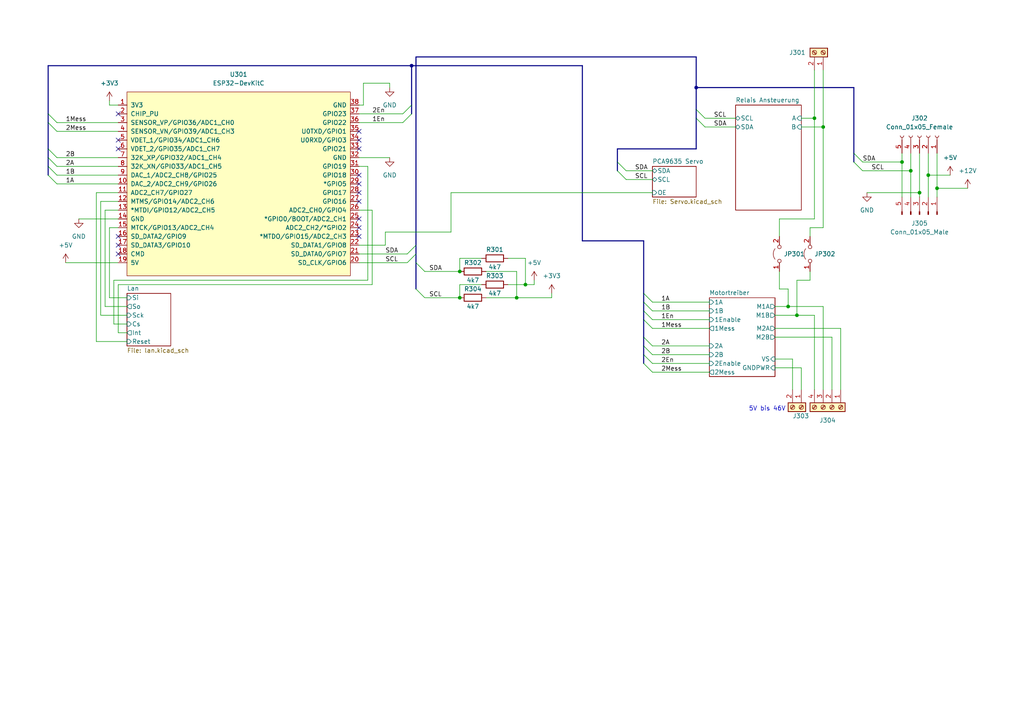
<source format=kicad_sch>
(kicad_sch (version 20211123) (generator eeschema)
  (paper "A4")
  (title_block (title "ESP32 Relaiskarte") (date "2022-03-30") (rev "0.0.3") (company "makerspace Bocholt") (comment 1 "+ optionale Servo Ansteuerung") (comment 2 "+ optionale Lan Karte") (comment 4 "Frank Tobergte"))
  (lib_symbols
    (symbol "Connector:Conn_01x05_Female" (pin_names (offset 1.016) hide)
      (property "Reference" "J" (at 0 7.62 0))
      (property "Value" "Conn_01x05_Female" (at 0 -7.62 0))
      (symbol "Conn_01x05_Female_1_1"
        (arc (start 0 -4.572) (mid -0.508 -5.08) (end 0 -5.588) (stroke (width 0.1524)))
        (arc (start 0 -2.032) (mid -0.508 -2.54) (end 0 -3.048) (stroke (width 0.1524)))
        (polyline (pts (xy -1.27 -5.08) (xy -0.508 -5.08)) (stroke (width 0.1524)))
        (polyline (pts (xy -1.27 -2.54) (xy -0.508 -2.54)) (stroke (width 0.1524)))
        (polyline (pts (xy -1.27 0) (xy -0.508 0)) (stroke (width 0.1524)))
        (polyline (pts (xy -1.27 2.54) (xy -0.508 2.54)) (stroke (width 0.1524)))
        (polyline (pts (xy -1.27 5.08) (xy -0.508 5.08)) (stroke (width 0.1524)))
        (arc (start 0 0.508) (mid -0.508 0) (end 0 -0.508) (stroke (width 0.1524)))
        (arc (start 0 3.048) (mid -0.508 2.54) (end 0 2.032) (stroke (width 0.1524)))
        (arc (start 0 5.588) (mid -0.508 5.08) (end 0 4.572) (stroke (width 0.1524)))
        (pin passive line (at -5.08 5.08 0) (length 3.81) (name "Pin_1") (number "1"))
        (pin passive line (at -5.08 2.54 0) (length 3.81) (name "Pin_2") (number "2"))
        (pin passive line (at -5.08 0 0) (length 3.81) (name "Pin_3") (number "3"))
        (pin passive line (at -5.08 -2.54 0) (length 3.81) (name "Pin_4") (number "4"))
        (pin passive line (at -5.08 -5.08 0) (length 3.81) (name "Pin_5") (number "5"))
      )
    )
    (symbol "Connector:Conn_01x05_Male" (pin_names (offset 1.016) hide)
      (property "Reference" "J" (at 0 7.62 0))
      (property "Value" "Conn_01x05_Male" (at 0 -7.62 0))
      (symbol "Conn_01x05_Male_1_1"
        (polyline (pts (xy 1.27 -5.08) (xy 0.8636 -5.08)) (stroke (width 0.1524)))
        (polyline (pts (xy 1.27 -2.54) (xy 0.8636 -2.54)) (stroke (width 0.1524)))
        (polyline (pts (xy 1.27 0) (xy 0.8636 0)) (stroke (width 0.1524)))
        (polyline (pts (xy 1.27 2.54) (xy 0.8636 2.54)) (stroke (width 0.1524)))
        (polyline (pts (xy 1.27 5.08) (xy 0.8636 5.08)) (stroke (width 0.1524)))
        (rectangle (start 0.8636 -4.953) (end 0 -5.207) (stroke (width 0.1524)) (fill (type outline)))
        (rectangle (start 0.8636 -2.413) (end 0 -2.667) (stroke (width 0.1524)) (fill (type outline)))
        (rectangle (start 0.8636 0.127) (end 0 -0.127) (stroke (width 0.1524)) (fill (type outline)))
        (rectangle (start 0.8636 2.667) (end 0 2.413) (stroke (width 0.1524)) (fill (type outline)))
        (rectangle (start 0.8636 5.207) (end 0 4.953) (stroke (width 0.1524)) (fill (type outline)))
        (pin passive line (at 5.08 5.08 180) (length 3.81) (name "Pin_1") (number "1"))
        (pin passive line (at 5.08 2.54 180) (length 3.81) (name "Pin_2") (number "2"))
        (pin passive line (at 5.08 0 180) (length 3.81) (name "Pin_3") (number "3"))
        (pin passive line (at 5.08 -2.54 180) (length 3.81) (name "Pin_4") (number "4"))
        (pin passive line (at 5.08 -5.08 180) (length 3.81) (name "Pin_5") (number "5"))
      )
    )
    (symbol "Connector:Screw_Terminal_01x02" (pin_names (offset 1.016) hide)
      (property "Reference" "J" (at 0 2.54 0))
      (property "Value" "Screw_Terminal_01x02" (at 0 -5.08 0))
      (symbol "Screw_Terminal_01x02_1_1"
        (rectangle (start -1.27 1.27) (end 1.27 -3.81) (stroke (width 0.254)) (fill (type background)))
        (circle (center 0 -2.54) (radius 0.635) (stroke (width 0.1524)))
        (polyline (pts (xy -0.5334 -2.2098) (xy 0.3302 -3.048)) (stroke (width 0.1524)))
        (polyline (pts (xy -0.5334 0.3302) (xy 0.3302 -0.508)) (stroke (width 0.1524)))
        (polyline (pts (xy -0.3556 -2.032) (xy 0.508 -2.8702)) (stroke (width 0.1524)))
        (polyline (pts (xy -0.3556 0.508) (xy 0.508 -0.3302)) (stroke (width 0.1524)))
        (circle (center 0 0) (radius 0.635) (stroke (width 0.1524)))
        (pin passive line (at -5.08 0 0) (length 3.81) (name "Pin_1") (number "1"))
        (pin passive line (at -5.08 -2.54 0) (length 3.81) (name "Pin_2") (number "2"))
      )
    )
    (symbol "Connector:Screw_Terminal_01x04" (pin_names (offset 1.016) hide)
      (property "Reference" "J" (at 0 5.08 0))
      (property "Value" "Screw_Terminal_01x04" (at 0 -7.62 0))
      (symbol "Screw_Terminal_01x04_1_1"
        (rectangle (start -1.27 3.81) (end 1.27 -6.35) (stroke (width 0.254)) (fill (type background)))
        (circle (center 0 -5.08) (radius 0.635) (stroke (width 0.1524)))
        (circle (center 0 -2.54) (radius 0.635) (stroke (width 0.1524)))
        (polyline (pts (xy -0.5334 -4.7498) (xy 0.3302 -5.588)) (stroke (width 0.1524)))
        (polyline (pts (xy -0.5334 -2.2098) (xy 0.3302 -3.048)) (stroke (width 0.1524)))
        (polyline (pts (xy -0.5334 0.3302) (xy 0.3302 -0.508)) (stroke (width 0.1524)))
        (polyline (pts (xy -0.5334 2.8702) (xy 0.3302 2.032)) (stroke (width 0.1524)))
        (polyline (pts (xy -0.3556 -4.572) (xy 0.508 -5.4102)) (stroke (width 0.1524)))
        (polyline (pts (xy -0.3556 -2.032) (xy 0.508 -2.8702)) (stroke (width 0.1524)))
        (polyline (pts (xy -0.3556 0.508) (xy 0.508 -0.3302)) (stroke (width 0.1524)))
        (polyline (pts (xy -0.3556 3.048) (xy 0.508 2.2098)) (stroke (width 0.1524)))
        (circle (center 0 0) (radius 0.635) (stroke (width 0.1524)))
        (circle (center 0 2.54) (radius 0.635) (stroke (width 0.1524)))
        (pin passive line (at -5.08 2.54 0) (length 3.81) (name "Pin_1") (number "1"))
        (pin passive line (at -5.08 0 0) (length 3.81) (name "Pin_2") (number "2"))
        (pin passive line (at -5.08 -2.54 0) (length 3.81) (name "Pin_3") (number "3"))
        (pin passive line (at -5.08 -5.08 0) (length 3.81) (name "Pin_4") (number "4"))
      )
    )
    (symbol "Device:R" (pin_numbers hide) (pin_names (offset 0))
      (property "Reference" "R" (at 2.032 0 90))
      (property "Value" "R" (at 0 0 90))
      (symbol "R_0_1"
        (rectangle (start -1.016 -2.54) (end 1.016 2.54) (stroke (width 0.254)))
      )
      (symbol "R_1_1"
        (pin passive line (at 0 3.81 270) (length 1.27) (name "~") (number "1"))
        (pin passive line (at 0 -3.81 90) (length 1.27) (name "~") (number "2"))
      )
    )
    (symbol "Espressif:ESP32-DevKitC" (pin_names (offset 1.016))
      (property "Reference" "U" (at -8.89 26.67 0))
      (property "Value" "ESP32-DevKitC" (at 0 -29.21 0))
      (symbol "ESP32-DevKitC_0_0"
        (pin power_in line (at -33.02 -11.43 0) (length 2.54) (name "GND") (number "14"))
        (pin power_in line (at -33.02 -24.13 0) (length 2.54) (name "5V") (number "19"))
      )
      (symbol "ESP32-DevKitC_0_1"
        (rectangle (start -30.48 25.4) (end 34.29 -27.94) (fill (type background)))
      )
      (symbol "ESP32-DevKitC_1_1"
        (pin power_in line (at -33.02 21.59 0) (length 2.54) (name "3V3") (number "1"))
        (pin bidirectional line (at -33.02 -1.27 0) (length 2.54) (name "DAC_2/ADC2_CH9/GPIO26") (number "10"))
        (pin bidirectional line (at -33.02 -3.81 0) (length 2.54) (name "ADC2_CH7/GPIO27") (number "11"))
        (pin bidirectional line (at -33.02 -6.35 0) (length 2.54) (name "MTMS/GPIO14/ADC2_CH6") (number "12"))
        (pin bidirectional line (at -33.02 -8.89 0) (length 2.54) (name "*MTDI/GPIO12/ADC2_CH5") (number "13"))
        (pin bidirectional line (at -33.02 -13.97 0) (length 2.54) (name "MTCK/GPIO13/ADC2_CH4") (number "15"))
        (pin bidirectional line (at -33.02 -16.51 0) (length 2.54) (name "SD_DATA2/GPIO9") (number "16"))
        (pin bidirectional line (at -33.02 -19.05 0) (length 2.54) (name "SD_DATA3/GPIO10") (number "17"))
        (pin bidirectional line (at -33.02 -21.59 0) (length 2.54) (name "CMD") (number "18"))
        (pin input line (at -33.02 19.05 0) (length 2.54) (name "CHIP_PU") (number "2"))
        (pin bidirectional line (at 36.83 -24.13 180) (length 2.54) (name "SD_CLK/GPIO6") (number "20"))
        (pin bidirectional line (at 36.83 -21.59 180) (length 2.54) (name "SD_DATA0/GPIO7") (number "21"))
        (pin bidirectional line (at 36.83 -19.05 180) (length 2.54) (name "SD_DATA1/GPIO8") (number "22"))
        (pin bidirectional line (at 36.83 -16.51 180) (length 2.54) (name "*MTDO/GPIO15/ADC2_CH3") (number "23"))
        (pin bidirectional line (at 36.83 -13.97 180) (length 2.54) (name "ADC2_CH2/*GPIO2") (number "24"))
        (pin bidirectional line (at 36.83 -11.43 180) (length 2.54) (name "*GPIO0/BOOT/ADC2_CH1") (number "25"))
        (pin bidirectional line (at 36.83 -8.89 180) (length 2.54) (name "ADC2_CH0/GPIO4") (number "26"))
        (pin bidirectional line (at 36.83 -6.35 180) (length 2.54) (name "GPIO16") (number "27"))
        (pin bidirectional line (at 36.83 -3.81 180) (length 2.54) (name "GPIO17") (number "28"))
        (pin bidirectional line (at 36.83 -1.27 180) (length 2.54) (name "*GPIO5") (number "29"))
        (pin input line (at -33.02 16.51 0) (length 2.54) (name "SENSOR_VP/GPIO36/ADC1_CH0") (number "3"))
        (pin bidirectional line (at 36.83 1.27 180) (length 2.54) (name "GPIO18") (number "30"))
        (pin bidirectional line (at 36.83 3.81 180) (length 2.54) (name "GPIO19") (number "31"))
        (pin power_in line (at 36.83 6.35 180) (length 2.54) (name "GND") (number "32"))
        (pin bidirectional line (at 36.83 8.89 180) (length 2.54) (name "GPIO21") (number "33"))
        (pin bidirectional line (at 36.83 11.43 180) (length 2.54) (name "U0RXD/GPIO3") (number "34"))
        (pin bidirectional line (at 36.83 13.97 180) (length 2.54) (name "U0TXD/GPIO1") (number "35"))
        (pin bidirectional line (at 36.83 16.51 180) (length 2.54) (name "GPIO22") (number "36"))
        (pin bidirectional line (at 36.83 19.05 180) (length 2.54) (name "GPIO23") (number "37"))
        (pin power_in line (at 36.83 21.59 180) (length 2.54) (name "GND") (number "38"))
        (pin input line (at -33.02 13.97 0) (length 2.54) (name "SENSOR_VN/GPIO39/ADC1_CH3") (number "4"))
        (pin input line (at -33.02 11.43 0) (length 2.54) (name "VDET_1/GPIO34/ADC1_CH6") (number "5"))
        (pin input line (at -33.02 8.89 0) (length 2.54) (name "VDET_2/GPIO35/ADC1_CH7") (number "6"))
        (pin bidirectional line (at -33.02 6.35 0) (length 2.54) (name "32K_XP/GPIO32/ADC1_CH4") (number "7"))
        (pin bidirectional line (at -33.02 3.81 0) (length 2.54) (name "32K_XN/GPIO33/ADC1_CH5") (number "8"))
        (pin bidirectional line (at -33.02 1.27 0) (length 2.54) (name "DAC_1/ADC2_CH8/GPIO25") (number "9"))
      )
    )
    (symbol "Jumper:Jumper_2_Open" (pin_names (offset 0) hide)
      (property "Reference" "JP" (at 0 2.794 0))
      (property "Value" "Jumper_2_Open" (at 0 -2.286 0))
      (symbol "Jumper_2_Open_0_0"
        (circle (center -2.032 0) (radius 0.508))
        (circle (center 2.032 0) (radius 0.508))
      )
      (symbol "Jumper_2_Open_0_1"
        (arc (start 1.524 1.27) (mid 0 1.778) (end -1.524 1.27))
      )
      (symbol "Jumper_2_Open_1_1"
        (pin passive line (at -5.08 0 0) (length 2.54) (name "A") (number "1"))
        (pin passive line (at 5.08 0 180) (length 2.54) (name "B") (number "2"))
      )
    )
    (symbol "power:+12V" (power) (pin_names (offset 0))
      (property "Value" "+12V" (at 0 3.556 0))
      (symbol "+12V_0_1"
        (polyline (pts (xy -0.762 1.27) (xy 0 2.54)))
        (polyline (pts (xy 0 0) (xy 0 2.54)))
        (polyline (pts (xy 0 2.54) (xy 0.762 1.27)))
      )
      (symbol "+12V_1_1"
        (pin power_in line (at 0 0 90) (length 0) hide (name "+12V") (number "1"))
      )
    )
    (symbol "power:+3.3V" (power) (pin_names (offset 0))
      (property "Value" "+3.3V" (at 0 3.556 0))
      (symbol "+3.3V_0_1"
        (polyline (pts (xy -0.762 1.27) (xy 0 2.54)))
        (polyline (pts (xy 0 0) (xy 0 2.54)))
        (polyline (pts (xy 0 2.54) (xy 0.762 1.27)))
      )
      (symbol "+3.3V_1_1"
        (pin power_in line (at 0 0 90) (length 0) hide (name "+3V3") (number "1"))
      )
    )
    (symbol "power:+5V" (power) (pin_names (offset 0))
      (property "Value" "+5V" (at 0 3.556 0))
      (symbol "+5V_0_1"
        (polyline (pts (xy -0.762 1.27) (xy 0 2.54)))
        (polyline (pts (xy 0 0) (xy 0 2.54)))
        (polyline (pts (xy 0 2.54) (xy 0.762 1.27)))
      )
      (symbol "+5V_1_1"
        (pin power_in line (at 0 0 90) (length 0) hide (name "+5V") (number "1"))
      )
    )
    (symbol "power:GND" (power) (pin_names (offset 0))
      (property "Value" "GND" (at 0 -3.81 0))
      (symbol "GND_0_1"
        (polyline (pts (xy 0 0) (xy 0 -1.27) (xy 1.27 -1.27) (xy 0 -2.54) (xy -1.27 -1.27) (xy 0 -1.27)))
      )
      (symbol "GND_1_1"
        (pin power_in line (at 0 0 270) (length 0) hide (name "GND") (number "1"))
      )
    )
  )
  (junction (at 264.16 49.53))
  (junction (at 238.76 36.83))
  (junction (at 271.78 54.61))
  (junction (at 231.14 91.44))
  (junction (at 119.38 19.05))
  (junction (at 149.86 86.36))
  (junction (at 228.6 88.9))
  (junction (at 266.7 55.88))
  (junction (at 201.93 25.4))
  (junction (at 261.62 46.99))
  (junction (at 133.35 78.74))
  (junction (at 236.22 34.29))
  (junction (at 152.4 82.55))
  (junction (at 269.24 50.8))
  (junction (at 133.35 86.36))
  (no_connect (at 104.14 53.34))
  (no_connect (at 104.14 38.1))
  (no_connect (at 104.14 40.64))
  (no_connect (at 104.14 43.18))
  (no_connect (at 104.14 68.58))
  (no_connect (at 104.14 66.04))
  (no_connect (at 34.29 33.02))
  (no_connect (at 34.29 73.66))
  (no_connect (at 34.29 71.12))
  (no_connect (at 34.29 68.58))
  (no_connect (at 104.14 50.8))
  (no_connect (at 104.14 55.88))
  (no_connect (at 104.14 58.42))
  (no_connect (at 104.14 63.5))
  (no_connect (at 34.29 43.18))
  (no_connect (at 34.29 40.64))
  (bus_entry (at 118.11 73.66) (size 2.54 -2.54))
  (bus_entry (at 118.11 76.2) (size 2.54 -2.54))
  (bus_entry (at 120.65 83.82) (size 2.54 2.54))
  (bus_entry (at 120.65 76.2) (size 2.54 2.54))
  (bus_entry (at 201.93 34.29) (size 2.54 2.54))
  (bus_entry (at 179.07 49.53) (size 2.54 2.54))
  (bus_entry (at 179.07 46.99) (size 2.54 2.54))
  (bus_entry (at 13.97 33.02) (size 2.54 2.54))
  (bus_entry (at 13.97 50.8) (size 2.54 2.54))
  (bus_entry (at 201.93 31.75) (size 2.54 2.54))
  (bus_entry (at 16.51 38.1) (size -2.54 -2.54))
  (bus_entry (at 16.51 45.72) (size -2.54 -2.54))
  (bus_entry (at 16.51 48.26) (size -2.54 -2.54))
  (bus_entry (at 16.51 50.8) (size -2.54 -2.54))
  (bus_entry (at 186.69 97.79) (size 2.54 2.54))
  (bus_entry (at 186.69 100.33) (size 2.54 2.54))
  (bus_entry (at 186.69 102.87) (size 2.54 2.54))
  (bus_entry (at 189.23 107.95) (size -2.54 -2.54))
  (bus_entry (at 186.69 85.09) (size 2.54 2.54))
  (bus_entry (at 186.69 87.63) (size 2.54 2.54))
  (bus_entry (at 186.69 90.17) (size 2.54 2.54))
  (bus_entry (at 186.69 92.71) (size 2.54 2.54))
  (bus_entry (at 116.84 35.56) (size 2.54 -2.54))
  (bus_entry (at 116.84 33.02) (size 2.54 -2.54))
  (bus_entry (at 247.65 46.99) (size 2.54 2.54))
  (bus_entry (at 247.65 44.45) (size 2.54 2.54))
  (wire (pts (xy 236.22 20.32) (xy 236.22 34.29)))
  (wire (pts (xy 104.14 35.56) (xy 116.84 35.56)))
  (wire (pts (xy 232.41 113.03) (xy 232.41 106.68)))
  (wire (pts (xy 228.6 83.82) (xy 228.6 88.9)))
  (wire (pts (xy 34.29 82.55) (xy 34.29 96.52)))
  (wire (pts (xy 105.41 30.48) (xy 104.14 30.48)))
  (bus (pts (xy 186.69 97.79) (xy 186.69 100.33)))
  (bus (pts (xy 168.91 69.85) (xy 168.91 19.05)))
  (wire (pts (xy 243.84 95.25) (xy 243.84 113.03)))
  (wire (pts (xy 36.83 86.36) (xy 31.75 86.36)))
  (wire (pts (xy 36.83 91.44) (xy 29.21 91.44)))
  (wire (pts (xy 269.24 44.45) (xy 269.24 50.8)))
  (bus (pts (xy 120.65 73.66) (xy 120.65 76.2)))
  (bus (pts (xy 13.97 35.56) (xy 13.97 43.18)))
  (bus (pts (xy 179.07 46.99) (xy 179.07 49.53)))
  (wire (pts (xy 123.19 78.74) (xy 133.35 78.74)))
  (wire (pts (xy 152.4 82.55) (xy 154.94 82.55)))
  (wire (pts (xy 133.35 86.36) (xy 133.35 82.55)))
  (bus (pts (xy 201.93 25.4) (xy 247.65 25.4)))
  (bus (pts (xy 13.97 43.18) (xy 13.97 45.72)))
  (wire (pts (xy 181.61 52.07) (xy 189.23 52.07)))
  (bus (pts (xy 186.69 102.87) (xy 186.69 105.41)))
  (bus (pts (xy 119.38 30.48) (xy 119.38 33.02)))
  (wire (pts (xy 133.35 74.93) (xy 139.7 74.93)))
  (wire (pts (xy 31.75 66.04) (xy 34.29 66.04)))
  (wire (pts (xy 27.94 55.88) (xy 34.29 55.88)))
  (wire (pts (xy 30.48 60.96) (xy 30.48 88.9)))
  (wire (pts (xy 113.03 24.13) (xy 113.03 25.4)))
  (bus (pts (xy 179.07 43.18) (xy 179.07 46.99)))
  (wire (pts (xy 31.75 66.04) (xy 31.75 86.36)))
  (bus (pts (xy 13.97 33.02) (xy 13.97 35.56)))
  (bus (pts (xy 120.65 76.2) (xy 120.65 83.82)))
  (wire (pts (xy 264.16 49.53) (xy 264.16 57.15)))
  (wire (pts (xy 241.3 97.79) (xy 224.79 97.79)))
  (wire (pts (xy 133.35 78.74) (xy 133.35 74.93)))
  (wire (pts (xy 130.81 67.31) (xy 130.81 55.88)))
  (wire (pts (xy 189.23 92.71) (xy 205.74 92.71)))
  (wire (pts (xy 189.23 90.17) (xy 205.74 90.17)))
  (wire (pts (xy 104.14 71.12) (xy 111.76 71.12)))
  (wire (pts (xy 104.14 45.72) (xy 113.03 45.72)))
  (wire (pts (xy 149.86 86.36) (xy 160.02 86.36)))
  (wire (pts (xy 104.14 60.96) (xy 107.95 60.96)))
  (wire (pts (xy 111.76 67.31) (xy 130.81 67.31)))
  (wire (pts (xy 133.35 82.55) (xy 139.7 82.55)))
  (wire (pts (xy 16.51 53.34) (xy 34.29 53.34)))
  (bus (pts (xy 168.91 19.05) (xy 119.38 19.05)))
  (wire (pts (xy 224.79 88.9) (xy 228.6 88.9)))
  (wire (pts (xy 31.75 29.21) (xy 31.75 30.48)))
  (wire (pts (xy 261.62 46.99) (xy 261.62 57.15)))
  (wire (pts (xy 30.48 60.96) (xy 34.29 60.96)))
  (wire (pts (xy 226.06 78.74) (xy 226.06 83.82)))
  (wire (pts (xy 16.51 50.8) (xy 34.29 50.8)))
  (wire (pts (xy 130.81 55.88) (xy 189.23 55.88)))
  (bus (pts (xy 186.69 100.33) (xy 186.69 102.87)))
  (wire (pts (xy 154.94 81.28) (xy 154.94 82.55)))
  (wire (pts (xy 250.19 49.53) (xy 264.16 49.53)))
  (wire (pts (xy 238.76 88.9) (xy 238.76 113.03)))
  (wire (pts (xy 189.23 102.87) (xy 205.74 102.87)))
  (wire (pts (xy 19.05 76.2) (xy 34.29 76.2)))
  (wire (pts (xy 229.87 113.03) (xy 229.87 104.14)))
  (wire (pts (xy 104.14 48.26) (xy 106.68 48.26)))
  (wire (pts (xy 111.76 71.12) (xy 111.76 67.31)))
  (bus (pts (xy 120.65 71.12) (xy 120.65 73.66)))
  (wire (pts (xy 226.06 83.82) (xy 228.6 83.82)))
  (bus (pts (xy 247.65 25.4) (xy 247.65 44.45)))
  (wire (pts (xy 105.41 24.13) (xy 105.41 30.48)))
  (wire (pts (xy 271.78 54.61) (xy 280.67 54.61)))
  (wire (pts (xy 251.46 55.88) (xy 266.7 55.88)))
  (bus (pts (xy 186.69 69.85) (xy 168.91 69.85)))
  (wire (pts (xy 238.76 20.32) (xy 238.76 36.83)))
  (wire (pts (xy 228.6 88.9) (xy 238.76 88.9)))
  (wire (pts (xy 33.02 93.98) (xy 36.83 93.98)))
  (wire (pts (xy 271.78 44.45) (xy 271.78 54.61)))
  (wire (pts (xy 152.4 82.55) (xy 152.4 74.93)))
  (wire (pts (xy 236.22 113.03) (xy 236.22 91.44)))
  (wire (pts (xy 189.23 100.33) (xy 205.74 100.33)))
  (wire (pts (xy 266.7 55.88) (xy 266.7 57.15)))
  (wire (pts (xy 232.41 36.83) (xy 238.76 36.83)))
  (wire (pts (xy 33.02 81.28) (xy 33.02 93.98)))
  (bus (pts (xy 247.65 44.45) (xy 247.65 46.99)))
  (wire (pts (xy 31.75 30.48) (xy 34.29 30.48)))
  (wire (pts (xy 234.95 78.74) (xy 234.95 81.28)))
  (wire (pts (xy 189.23 107.95) (xy 205.74 107.95)))
  (wire (pts (xy 105.41 24.13) (xy 113.03 24.13)))
  (bus (pts (xy 201.93 34.29) (xy 201.93 43.18)))
  (bus (pts (xy 119.38 19.05) (xy 119.38 30.48)))
  (wire (pts (xy 29.21 58.42) (xy 34.29 58.42)))
  (wire (pts (xy 234.95 66.04) (xy 234.95 68.58)))
  (bus (pts (xy 119.38 19.05) (xy 13.97 19.05)))
  (bus (pts (xy 120.65 16.51) (xy 120.65 71.12)))
  (wire (pts (xy 269.24 50.8) (xy 269.24 57.15)))
  (wire (pts (xy 264.16 44.45) (xy 264.16 49.53)))
  (wire (pts (xy 238.76 36.83) (xy 238.76 66.04)))
  (wire (pts (xy 189.23 95.25) (xy 205.74 95.25)))
  (bus (pts (xy 186.69 87.63) (xy 186.69 90.17)))
  (wire (pts (xy 36.83 99.06) (xy 27.94 99.06)))
  (wire (pts (xy 107.95 82.55) (xy 34.29 82.55)))
  (wire (pts (xy 269.24 50.8) (xy 275.59 50.8)))
  (wire (pts (xy 266.7 44.45) (xy 266.7 55.88)))
  (wire (pts (xy 271.78 54.61) (xy 271.78 57.15)))
  (wire (pts (xy 16.51 35.56) (xy 34.29 35.56)))
  (wire (pts (xy 261.62 44.45) (xy 261.62 46.99)))
  (bus (pts (xy 13.97 45.72) (xy 13.97 48.26)))
  (bus (pts (xy 201.93 43.18) (xy 179.07 43.18)))
  (wire (pts (xy 204.47 36.83) (xy 213.36 36.83)))
  (wire (pts (xy 250.19 46.99) (xy 261.62 46.99)))
  (wire (pts (xy 34.29 96.52) (xy 36.83 96.52)))
  (wire (pts (xy 16.51 48.26) (xy 34.29 48.26)))
  (wire (pts (xy 147.32 74.93) (xy 152.4 74.93)))
  (bus (pts (xy 13.97 48.26) (xy 13.97 50.8)))
  (wire (pts (xy 104.14 76.2) (xy 118.11 76.2)))
  (wire (pts (xy 104.14 73.66) (xy 118.11 73.66)))
  (wire (pts (xy 229.87 104.14) (xy 224.79 104.14)))
  (bus (pts (xy 120.65 16.51) (xy 201.93 16.51)))
  (wire (pts (xy 181.61 49.53) (xy 189.23 49.53)))
  (bus (pts (xy 13.97 19.05) (xy 13.97 33.02)))
  (wire (pts (xy 106.68 48.26) (xy 106.68 81.28)))
  (wire (pts (xy 27.94 99.06) (xy 27.94 55.88)))
  (wire (pts (xy 189.23 105.41) (xy 205.74 105.41)))
  (wire (pts (xy 29.21 91.44) (xy 29.21 58.42)))
  (wire (pts (xy 234.95 81.28) (xy 231.14 81.28)))
  (wire (pts (xy 226.06 63.5) (xy 226.06 68.58)))
  (wire (pts (xy 232.41 106.68) (xy 224.79 106.68)))
  (wire (pts (xy 238.76 66.04) (xy 234.95 66.04)))
  (wire (pts (xy 232.41 34.29) (xy 236.22 34.29)))
  (bus (pts (xy 186.69 85.09) (xy 186.69 87.63)))
  (wire (pts (xy 231.14 81.28) (xy 231.14 91.44)))
  (wire (pts (xy 140.97 86.36) (xy 149.86 86.36)))
  (wire (pts (xy 104.14 33.02) (xy 116.84 33.02)))
  (wire (pts (xy 241.3 113.03) (xy 241.3 97.79)))
  (wire (pts (xy 16.51 45.72) (xy 34.29 45.72)))
  (bus (pts (xy 201.93 25.4) (xy 201.93 31.75)))
  (bus (pts (xy 186.69 90.17) (xy 186.69 92.71)))
  (wire (pts (xy 149.86 78.74) (xy 149.86 86.36)))
  (bus (pts (xy 201.93 16.51) (xy 201.93 25.4)))
  (wire (pts (xy 224.79 91.44) (xy 231.14 91.44)))
  (wire (pts (xy 123.19 86.36) (xy 133.35 86.36)))
  (wire (pts (xy 36.83 88.9) (xy 30.48 88.9)))
  (bus (pts (xy 186.69 92.71) (xy 186.69 97.79)))
  (wire (pts (xy 16.51 38.1) (xy 34.29 38.1)))
  (wire (pts (xy 160.02 85.09) (xy 160.02 86.36)))
  (wire (pts (xy 22.86 63.5) (xy 34.29 63.5)))
  (wire (pts (xy 224.79 95.25) (xy 243.84 95.25)))
  (wire (pts (xy 189.23 87.63) (xy 205.74 87.63)))
  (wire (pts (xy 140.97 78.74) (xy 149.86 78.74)))
  (bus (pts (xy 186.69 69.85) (xy 186.69 85.09)))
  (wire (pts (xy 107.95 60.96) (xy 107.95 82.55)))
  (wire (pts (xy 236.22 34.29) (xy 236.22 63.5)))
  (wire (pts (xy 106.68 81.28) (xy 33.02 81.28)))
  (wire (pts (xy 231.14 91.44) (xy 236.22 91.44)))
  (wire (pts (xy 147.32 82.55) (xy 152.4 82.55)))
  (wire (pts (xy 204.47 34.29) (xy 213.36 34.29)))
  (wire (pts (xy 236.22 63.5) (xy 226.06 63.5)))
  (bus (pts (xy 201.93 34.29) (xy 201.93 31.75)))
  (text "5V bis 46V" (at 217.17 119.38 0) (effects (font (size 1.27 1.27)) (justify left bottom)))
  (label "2A" (at 19.05 48.26 0))
  (label "1A" (at 19.05 53.34 0))
  (label "SDA" (at 111.76 73.66 0))
  (label "SDA" (at 207.01 36.83 0))
  (label "2Mess" (at 19.05 38.1 0))
  (label "SCL" (at 184.15 52.07 0))
  (label "1B" (at 19.05 50.8 0))
  (label "SDA" (at 184.15 49.53 0))
  (label "2A" (at 191.77 100.33 0))
  (label "1En" (at 107.95 35.56 0))
  (label "SCL" (at 124.46 86.36 0))
  (label "2Mess" (at 191.77 107.95 0))
  (label "2B" (at 191.77 102.87 0))
  (label "1Mess" (at 19.05 35.56 0))
  (label "2B" (at 19.05 45.72 0))
  (label "2En" (at 107.95 33.02 0))
  (label "2En" (at 191.77 105.41 0))
  (label "SDA" (at 124.46 78.74 0))
  (label "1Mess" (at 191.77 95.25 0))
  (label "1En" (at 191.77 92.71 0))
  (label "SCL" (at 111.76 76.2 0))
  (label "SDA" (at 250.19 46.99 0))
  (label "1A" (at 191.77 87.63 0))
  (label "SCL" (at 252.73 49.53 0))
  (label "1B" (at 191.77 90.17 0))
  (label "SCL" (at 207.01 34.29 0))
  (symbol (lib_id "Device:R") (at 137.16 78.74 90) (unit 1)
    (property "Reference" "R302" (at 137.16 76.2 90))
    (property "Value" "4k7" (at 137.16 81.28 90))
    (property "Footprint" "Resistor_THT:R_Axial_DIN0207_L6.3mm_D2.5mm_P2.54mm_Vertical" (effects hide))
  )
  (symbol (lib_id "power:GND") (at 113.03 25.4 0) (unit 1)
    (property "Reference" "#PWR0107" (effects hide))
    (property "Value" "GND" (at 113.03 30.48 0))
  )
  (symbol (lib_id "Connector:Screw_Terminal_01x04") (at 241.3 118.11 270) (unit 1)
    (property "Reference" "J304" (at 240.03 121.92 90))
    (property "Value" "Screw_Terminal_01x04" (effects hide))
    (property "Footprint" "TerminalBlock_Phoenix:TerminalBlock_Phoenix_MKDS-1,5-4-5.08_1x04_P5.08mm_Horizontal" (effects hide))
  )
  (symbol (lib_id "Device:R") (at 143.51 82.55 90) (unit 1)
    (property "Reference" "R303" (at 143.51 80.01 90))
    (property "Value" "4k7" (at 143.51 85.09 90))
    (property "Footprint" "Resistor_THT:R_Axial_DIN0207_L6.3mm_D2.5mm_P2.54mm_Vertical" (effects hide))
  )
  (symbol (lib_id "Device:R") (at 137.16 86.36 90) (unit 1)
    (property "Reference" "R304" (at 137.16 83.82 90))
    (property "Value" "4k7" (at 137.16 88.9 90))
    (property "Footprint" "Resistor_THT:R_Axial_DIN0207_L6.3mm_D2.5mm_P2.54mm_Vertical" (effects hide))
  )
  (symbol (lib_id "power:GND") (at 251.46 55.88 0) (unit 1)
    (property "Reference" "#PWR0302" (effects hide))
    (property "Value" "GND" (at 251.46 60.96 0))
  )
  (symbol (lib_id "Connector:Screw_Terminal_01x02") (at 232.41 118.11 270) (unit 1)
    (property "Reference" "J303" (at 229.87 120.65 90) (effects (justify left)))
    (property "Value" "Screw_Terminal_01x02" (effects hide))
    (property "Footprint" "TerminalBlock_Phoenix:TerminalBlock_Phoenix_MKDS-1,5-2-5.08_1x02_P5.08mm_Horizontal" (effects hide))
  )
  (symbol (lib_id "power:+3.3V") (at 160.02 85.09 0) (unit 1)
    (property "Reference" "#PWR0306" (effects hide))
    (property "Value" "+3.3V" (at 160.02 80.01 0))
  )
  (symbol (lib_id "Espressif:ESP32-DevKitC") (at 67.31 52.07 0) (unit 1)
    (property "Reference" "U301" (at 69.215 21.59 0))
    (property "Value" "ESP32-DevKitC" (at 69.215 24.13 0))
    (property "Footprint" "Espressif:ESP32-DevKitC" (effects hide))
    (property "Datasheet" "https://docs.espressif.com/projects/esp-idf/zh_CN/latest/esp32/hw-reference/esp32/get-started-devkitc.html" (effects hide))
  )
  (symbol (lib_id "Jumper:Jumper_2_Open") (at 234.95 73.66 90) (unit 1)
    (property "Reference" "JP302" (at 236.22 73.6599 90) (effects (justify right)))
    (property "Value" "Jumper_2_Open" (effects hide))
    (property "Footprint" "Resistor_THT:R_Axial_DIN0207_L6.3mm_D2.5mm_P10.16mm_Horizontal" (effects hide))
  )
  (symbol (lib_id "Jumper:Jumper_2_Open") (at 226.06 73.66 90) (unit 1)
    (property "Reference" "JP301" (at 227.33 73.6599 90) (effects (justify right)))
    (property "Value" "Jumper_2_Open" (effects hide))
    (property "Footprint" "Resistor_THT:R_Axial_DIN0207_L6.3mm_D2.5mm_P10.16mm_Horizontal" (effects hide))
  )
  (symbol (lib_id "power:+12V") (at 280.67 54.61 0) (unit 1)
    (property "Reference" "#PWR0304" (effects hide))
    (property "Value" "+12V" (at 280.67 49.53 0))
  )
  (symbol (lib_id "power:GND") (at 113.03 45.72 0) (unit 1)
    (property "Reference" "#PWR0106" (effects hide))
    (property "Value" "GND" (at 113.03 50.8 0))
  )
  (symbol (lib_id "power:+5V") (at 19.05 76.2 0) (unit 1)
    (property "Reference" "#PWR0103" (effects hide))
    (property "Value" "+5V" (at 19.05 71.12 0))
  )
  (symbol (lib_id "Connector:Screw_Terminal_01x02") (at 238.76 15.24 270) (mirror x) (unit 1)
    (property "Reference" "J301" (at 233.68 15.2399 90) (effects (justify right)))
    (property "Value" "Screw_Terminal_01x02" (effects hide))
    (property "Footprint" "TerminalBlock_Phoenix:TerminalBlock_Phoenix_MKDS-1,5-2-5.08_1x02_P5.08mm_Horizontal" (effects hide))
  )
  (symbol (lib_id "Connector:Conn_01x05_Male") (at 266.7 62.23 270) (mirror x) (unit 1)
    (property "Reference" "J305" (at 266.7 64.77 90))
    (property "Value" "Conn_01x05_Male" (at 266.7 67.31 90))
    (property "Footprint" "Connector_PinHeader_2.54mm:PinHeader_1x05_P2.54mm_Horizontal" (effects hide))
  )
  (symbol (lib_id "power:GND") (at 22.86 63.5 0) (unit 1)
    (property "Reference" "#PWR0105" (effects hide))
    (property "Value" "GND" (at 22.86 68.58 0))
  )
  (symbol (lib_id "power:+5V") (at 154.94 81.28 0) (unit 1)
    (property "Reference" "#PWR0305" (effects hide))
    (property "Value" "+5V" (at 154.94 76.2 0))
  )
  (symbol (lib_id "power:+5V") (at 275.59 50.8 0) (unit 1)
    (property "Reference" "#PWR0303" (effects hide))
    (property "Value" "+5V" (at 275.59 45.72 0))
  )
  (symbol (lib_id "Connector:Conn_01x05_Female") (at 266.7 39.37 270) (mirror x) (unit 1)
    (property "Reference" "J302" (at 266.7 34.29 90))
    (property "Value" "Conn_01x05_Female" (at 266.7 36.83 90))
    (property "Footprint" "Connector_PinSocket_2.54mm:PinSocket_1x05_P2.54mm_Horizontal" (effects hide))
  )
  (symbol (lib_id "power:+3.3V") (at 31.75 29.21 0) (unit 1)
    (property "Reference" "#PWR0301" (effects hide))
    (property "Value" "+3.3V" (at 31.75 24.13 0))
  )
  (symbol (lib_id "Device:R") (at 143.51 74.93 90) (unit 1)
    (property "Reference" "R301" (at 143.51 72.39 90))
    (property "Value" "4k7" (at 143.51 77.47 90))
    (property "Footprint" "Resistor_THT:R_Axial_DIN0207_L6.3mm_D2.5mm_P2.54mm_Vertical" (effects hide))
  )
  (sheet (at 205.74 86.36) (size 19.05 22.86) (stroke (width 0.1524))
    (property "Sheet name" "Motortreiber" (at 205.74 85.6484 0) (effects (justify left bottom)))
    (property "Sheet file" "motortreiber.kicad_sch" (effects hide))
    (pin "M1B" output (at 224.79 91.44 0))
    (pin "M1A" output (at 224.79 88.9 0))
    (pin "M2B" output (at 224.79 97.79 0))
    (pin "M2A" output (at 224.79 95.25 0))
    (pin "1Enable" input (at 205.74 92.71 180))
    (pin "1B" input (at 205.74 90.17 180))
    (pin "1A" input (at 205.74 87.63 180))
    (pin "2Enable" input (at 205.74 105.41 180))
    (pin "2A" input (at 205.74 100.33 180))
    (pin "2B" input (at 205.74 102.87 180))
    (pin "2Mess" output (at 205.74 107.95 180))
    (pin "1Mess" output (at 205.74 95.25 180))
    (pin "VS" input (at 224.79 104.14 0))
    (pin "GNDPWR" input (at 224.79 106.68 0))
  )
  (sheet (at 189.23 48.26) (size 12.7 8.89) (stroke (width 0.1524))
    (property "Sheet name" "PCA9635 Servo" (at 189.23 47.5484 0) (effects (justify left bottom)))
    (property "Sheet file" "Servo.kicad_sch" (at 189.23 57.7346 0) (effects (justify left top)))
    (pin "OE" input (at 189.23 55.88 180))
    (pin "SDA" bidirectional (at 189.23 49.53 180))
    (pin "SCL" bidirectional (at 189.23 52.07 180))
  )
  (sheet (at 36.83 85.09) (size 12.7 15.24) (stroke (width 0.1524))
    (property "Sheet name" "Lan" (at 36.83 84.3784 0) (effects (justify left bottom)))
    (property "Sheet file" "lan.kicad_sch" (at 36.83 100.9146 0) (effects (justify left top)))
    (pin "Si" input (at 36.83 86.36 180))
    (pin "So" output (at 36.83 88.9 180))
    (pin "Sck" input (at 36.83 91.44 180))
    (pin "Cs" input (at 36.83 93.98 180))
    (pin "Int" output (at 36.83 96.52 180))
    (pin "Reset" input (at 36.83 99.06 180))
  )
  (sheet (at 213.36 30.48) (size 19.05 30.48) (stroke (width 0.1524))
    (property "Sheet name" "Relais Ansteuerung" (at 213.36 29.7684 0) (effects (justify left bottom)))
    (property "Sheet file" "RelaisAnsteuerung.kicad_sch" (effects hide))
    (pin "SDA" bidirectional (at 213.36 36.83 180))
    (pin "A" input (at 232.41 34.29 0))
    (pin "B" input (at 232.41 36.83 0))
    (pin "SCL" bidirectional (at 213.36 34.29 180))
  )
)
</source>
